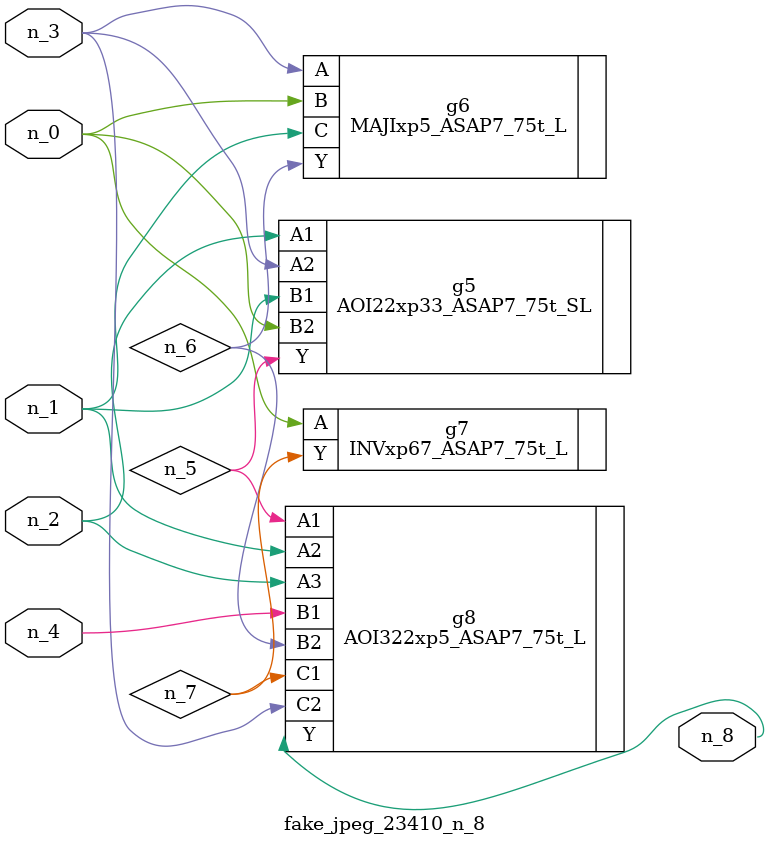
<source format=v>
module fake_jpeg_23410_n_8 (n_3, n_2, n_1, n_0, n_4, n_8);

input n_3;
input n_2;
input n_1;
input n_0;
input n_4;

output n_8;

wire n_6;
wire n_5;
wire n_7;

AOI22xp33_ASAP7_75t_SL g5 ( 
.A1(n_2),
.A2(n_3),
.B1(n_1),
.B2(n_0),
.Y(n_5)
);

MAJIxp5_ASAP7_75t_L g6 ( 
.A(n_3),
.B(n_0),
.C(n_1),
.Y(n_6)
);

INVxp67_ASAP7_75t_L g7 ( 
.A(n_0),
.Y(n_7)
);

AOI322xp5_ASAP7_75t_L g8 ( 
.A1(n_5),
.A2(n_1),
.A3(n_2),
.B1(n_4),
.B2(n_6),
.C1(n_7),
.C2(n_3),
.Y(n_8)
);


endmodule
</source>
